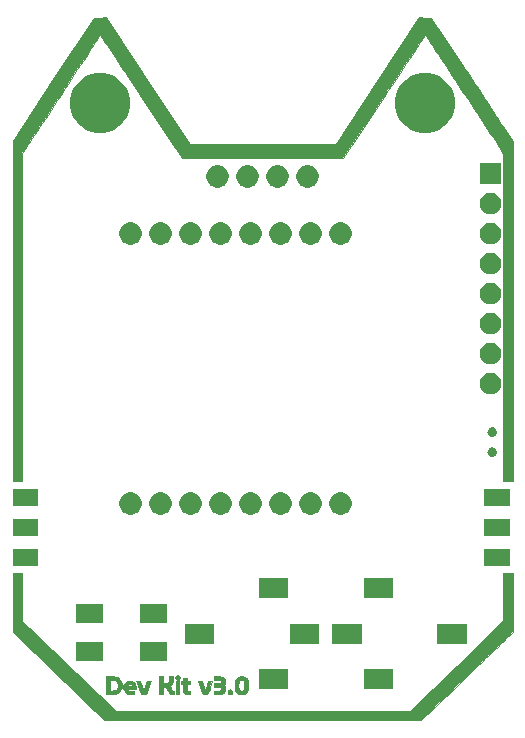
<source format=gts>
G04 #@! TF.GenerationSoftware,KiCad,Pcbnew,5.1.5+dfsg1-2build2*
G04 #@! TF.CreationDate,2022-05-18T15:48:19-07:00*
G04 #@! TF.ProjectId,v3.0-Dev-Kit,76332e30-2d44-4657-962d-4b69742e6b69,rev?*
G04 #@! TF.SameCoordinates,Original*
G04 #@! TF.FileFunction,Soldermask,Top*
G04 #@! TF.FilePolarity,Negative*
%FSLAX46Y46*%
G04 Gerber Fmt 4.6, Leading zero omitted, Abs format (unit mm)*
G04 Created by KiCad (PCBNEW 5.1.5+dfsg1-2build2) date 2022-05-18 15:48:19*
%MOMM*%
%LPD*%
G04 APERTURE LIST*
%ADD10C,0.010000*%
%ADD11C,0.150000*%
G04 APERTURE END LIST*
D10*
G36*
X-20370800Y-19828261D02*
G01*
X-16402050Y-23654829D01*
X-12433300Y-27481398D01*
X12459680Y-27481400D01*
X16427940Y-23655249D01*
X20396199Y-19829098D01*
X20396200Y-17813249D01*
X20396200Y-15797400D01*
X21183600Y-15797400D01*
X21182541Y-18292950D01*
X21181483Y-20788500D01*
X20617391Y-21327049D01*
X20538866Y-21402217D01*
X20426051Y-21510506D01*
X20281198Y-21649744D01*
X20106559Y-21817763D01*
X19904385Y-22012392D01*
X19676929Y-22231460D01*
X19426440Y-22472798D01*
X19155172Y-22734235D01*
X18865376Y-23013603D01*
X18559303Y-23308729D01*
X18239205Y-23617445D01*
X17907333Y-23937580D01*
X17565939Y-24266964D01*
X17217275Y-24603428D01*
X16863592Y-24944800D01*
X16738600Y-25065458D01*
X13423900Y-28265318D01*
X-13398500Y-28265366D01*
X-21154134Y-20788500D01*
X-21158200Y-15797400D01*
X-20370800Y-15797400D01*
X-20370800Y-19828261D01*
G37*
X-20370800Y-19828261D02*
X-16402050Y-23654829D01*
X-12433300Y-27481398D01*
X12459680Y-27481400D01*
X16427940Y-23655249D01*
X20396199Y-19829098D01*
X20396200Y-17813249D01*
X20396200Y-15797400D01*
X21183600Y-15797400D01*
X21182541Y-18292950D01*
X21181483Y-20788500D01*
X20617391Y-21327049D01*
X20538866Y-21402217D01*
X20426051Y-21510506D01*
X20281198Y-21649744D01*
X20106559Y-21817763D01*
X19904385Y-22012392D01*
X19676929Y-22231460D01*
X19426440Y-22472798D01*
X19155172Y-22734235D01*
X18865376Y-23013603D01*
X18559303Y-23308729D01*
X18239205Y-23617445D01*
X17907333Y-23937580D01*
X17565939Y-24266964D01*
X17217275Y-24603428D01*
X16863592Y-24944800D01*
X16738600Y-25065458D01*
X13423900Y-28265318D01*
X-13398500Y-28265366D01*
X-21154134Y-20788500D01*
X-21158200Y-15797400D01*
X-20370800Y-15797400D01*
X-20370800Y-19828261D01*
G36*
X-9554631Y-24942407D02*
G01*
X-9495427Y-24945042D01*
X-9474200Y-24948543D01*
X-9482082Y-24977646D01*
X-9503677Y-25045677D01*
X-9535907Y-25143616D01*
X-9575695Y-25262446D01*
X-9619965Y-25393147D01*
X-9665639Y-25526702D01*
X-9709640Y-25654093D01*
X-9748892Y-25766301D01*
X-9780317Y-25854307D01*
X-9800838Y-25909094D01*
X-9806119Y-25921349D01*
X-9870904Y-25994524D01*
X-9965755Y-26040623D01*
X-10076046Y-26056722D01*
X-10187150Y-26039896D01*
X-10251932Y-26010496D01*
X-10315869Y-25952629D01*
X-10360778Y-25879570D01*
X-10361636Y-25877241D01*
X-10399146Y-25771124D01*
X-10442598Y-25645712D01*
X-10489064Y-25509751D01*
X-10535618Y-25371987D01*
X-10579331Y-25241167D01*
X-10617275Y-25126036D01*
X-10646523Y-25035341D01*
X-10664147Y-24977828D01*
X-10668000Y-24962023D01*
X-10644858Y-24951501D01*
X-10584180Y-24945954D01*
X-10499090Y-24946579D01*
X-10498874Y-24946589D01*
X-10329748Y-24954100D01*
X-10208725Y-25343731D01*
X-10167038Y-25476310D01*
X-10129978Y-25591107D01*
X-10100357Y-25679654D01*
X-10080985Y-25733483D01*
X-10075277Y-25745789D01*
X-10063936Y-25727078D01*
X-10040307Y-25667439D01*
X-10007126Y-25574471D01*
X-9967125Y-25455775D01*
X-9932819Y-25349807D01*
X-9802785Y-24941400D01*
X-9638493Y-24941400D01*
X-9554631Y-24942407D01*
G37*
X-9554631Y-24942407D02*
X-9495427Y-24945042D01*
X-9474200Y-24948543D01*
X-9482082Y-24977646D01*
X-9503677Y-25045677D01*
X-9535907Y-25143616D01*
X-9575695Y-25262446D01*
X-9619965Y-25393147D01*
X-9665639Y-25526702D01*
X-9709640Y-25654093D01*
X-9748892Y-25766301D01*
X-9780317Y-25854307D01*
X-9800838Y-25909094D01*
X-9806119Y-25921349D01*
X-9870904Y-25994524D01*
X-9965755Y-26040623D01*
X-10076046Y-26056722D01*
X-10187150Y-26039896D01*
X-10251932Y-26010496D01*
X-10315869Y-25952629D01*
X-10360778Y-25879570D01*
X-10361636Y-25877241D01*
X-10399146Y-25771124D01*
X-10442598Y-25645712D01*
X-10489064Y-25509751D01*
X-10535618Y-25371987D01*
X-10579331Y-25241167D01*
X-10617275Y-25126036D01*
X-10646523Y-25035341D01*
X-10664147Y-24977828D01*
X-10668000Y-24962023D01*
X-10644858Y-24951501D01*
X-10584180Y-24945954D01*
X-10499090Y-24946579D01*
X-10498874Y-24946589D01*
X-10329748Y-24954100D01*
X-10208725Y-25343731D01*
X-10167038Y-25476310D01*
X-10129978Y-25591107D01*
X-10100357Y-25679654D01*
X-10080985Y-25733483D01*
X-10075277Y-25745789D01*
X-10063936Y-25727078D01*
X-10040307Y-25667439D01*
X-10007126Y-25574471D01*
X-9967125Y-25455775D01*
X-9932819Y-25349807D01*
X-9802785Y-24941400D01*
X-9638493Y-24941400D01*
X-9554631Y-24942407D01*
G36*
X-4408422Y-25430350D02*
G01*
X-4473678Y-25622323D01*
X-4528476Y-25770998D01*
X-4576642Y-25881824D01*
X-4622004Y-25960252D01*
X-4668390Y-26011732D01*
X-4719626Y-26041717D01*
X-4779541Y-26055655D01*
X-4849852Y-26059000D01*
X-4945471Y-26050619D01*
X-5016968Y-26020224D01*
X-5050764Y-25994830D01*
X-5080848Y-25964022D01*
X-5110105Y-25919950D01*
X-5141625Y-25855551D01*
X-5178494Y-25763765D01*
X-5223801Y-25637534D01*
X-5280635Y-25469795D01*
X-5281313Y-25467762D01*
X-5329422Y-25321835D01*
X-5371407Y-25191446D01*
X-5404764Y-25084625D01*
X-5426988Y-25009402D01*
X-5435574Y-24973806D01*
X-5435600Y-24973132D01*
X-5415452Y-24953924D01*
X-5352284Y-24943679D01*
X-5272212Y-24941400D01*
X-5180071Y-24943887D01*
X-5127057Y-24953286D01*
X-5101657Y-24972499D01*
X-5095953Y-24985850D01*
X-5061553Y-25101855D01*
X-5022184Y-25230174D01*
X-4980892Y-25361404D01*
X-4940722Y-25486141D01*
X-4904721Y-25594982D01*
X-4875934Y-25678524D01*
X-4857407Y-25727364D01*
X-4853060Y-25735712D01*
X-4840135Y-25719367D01*
X-4815659Y-25661757D01*
X-4782388Y-25570364D01*
X-4743080Y-25452666D01*
X-4710293Y-25348362D01*
X-4585550Y-24941400D01*
X-4245557Y-24941400D01*
X-4408422Y-25430350D01*
G37*
X-4408422Y-25430350D02*
X-4473678Y-25622323D01*
X-4528476Y-25770998D01*
X-4576642Y-25881824D01*
X-4622004Y-25960252D01*
X-4668390Y-26011732D01*
X-4719626Y-26041717D01*
X-4779541Y-26055655D01*
X-4849852Y-26059000D01*
X-4945471Y-26050619D01*
X-5016968Y-26020224D01*
X-5050764Y-25994830D01*
X-5080848Y-25964022D01*
X-5110105Y-25919950D01*
X-5141625Y-25855551D01*
X-5178494Y-25763765D01*
X-5223801Y-25637534D01*
X-5280635Y-25469795D01*
X-5281313Y-25467762D01*
X-5329422Y-25321835D01*
X-5371407Y-25191446D01*
X-5404764Y-25084625D01*
X-5426988Y-25009402D01*
X-5435574Y-24973806D01*
X-5435600Y-24973132D01*
X-5415452Y-24953924D01*
X-5352284Y-24943679D01*
X-5272212Y-24941400D01*
X-5180071Y-24943887D01*
X-5127057Y-24953286D01*
X-5101657Y-24972499D01*
X-5095953Y-24985850D01*
X-5061553Y-25101855D01*
X-5022184Y-25230174D01*
X-4980892Y-25361404D01*
X-4940722Y-25486141D01*
X-4904721Y-25594982D01*
X-4875934Y-25678524D01*
X-4857407Y-25727364D01*
X-4853060Y-25735712D01*
X-4840135Y-25719367D01*
X-4815659Y-25661757D01*
X-4782388Y-25570364D01*
X-4743080Y-25452666D01*
X-4710293Y-25348362D01*
X-4585550Y-24941400D01*
X-4245557Y-24941400D01*
X-4408422Y-25430350D01*
G36*
X-2656218Y-25674727D02*
G01*
X-2585686Y-25737484D01*
X-2548907Y-25834883D01*
X-2545373Y-25907342D01*
X-2570002Y-25961169D01*
X-2599325Y-25993633D01*
X-2677648Y-26043112D01*
X-2769190Y-26059823D01*
X-2853980Y-26041348D01*
X-2876902Y-26027250D01*
X-2923138Y-25970335D01*
X-2953071Y-25894204D01*
X-2957766Y-25823657D01*
X-2954603Y-25811570D01*
X-2902970Y-25725536D01*
X-2826272Y-25668903D01*
X-2754287Y-25652600D01*
X-2656218Y-25674727D01*
G37*
X-2656218Y-25674727D02*
X-2585686Y-25737484D01*
X-2548907Y-25834883D01*
X-2545373Y-25907342D01*
X-2570002Y-25961169D01*
X-2599325Y-25993633D01*
X-2677648Y-26043112D01*
X-2769190Y-26059823D01*
X-2853980Y-26041348D01*
X-2876902Y-26027250D01*
X-2923138Y-25970335D01*
X-2953071Y-25894204D01*
X-2957766Y-25823657D01*
X-2954603Y-25811570D01*
X-2902970Y-25725536D01*
X-2826272Y-25668903D01*
X-2754287Y-25652600D01*
X-2656218Y-25674727D01*
G36*
X-1674447Y-24520773D02*
G01*
X-1522106Y-24568936D01*
X-1412770Y-24640526D01*
X-1340814Y-24707909D01*
X-1288757Y-24779530D01*
X-1253612Y-24865002D01*
X-1232393Y-24973942D01*
X-1222115Y-25115965D01*
X-1219758Y-25262075D01*
X-1220725Y-25394536D01*
X-1223767Y-25515109D01*
X-1228423Y-25611236D01*
X-1234234Y-25670359D01*
X-1234850Y-25673699D01*
X-1270763Y-25759433D01*
X-1338858Y-25852825D01*
X-1425826Y-25938926D01*
X-1518355Y-26002788D01*
X-1535283Y-26011092D01*
X-1660450Y-26046990D01*
X-1806096Y-26057248D01*
X-1949157Y-26041842D01*
X-2044918Y-26011629D01*
X-2157133Y-25939382D01*
X-2254304Y-25838054D01*
X-2321619Y-25724306D01*
X-2335273Y-25685044D01*
X-2347849Y-25609530D01*
X-2356291Y-25498090D01*
X-2360576Y-25365259D01*
X-2360622Y-25305396D01*
X-2033551Y-25305396D01*
X-2030567Y-25429999D01*
X-2021885Y-25539590D01*
X-2007401Y-25621059D01*
X-1996555Y-25649804D01*
X-1928533Y-25725979D01*
X-1838286Y-25765365D01*
X-1740106Y-25766483D01*
X-1648287Y-25727853D01*
X-1606550Y-25690141D01*
X-1583272Y-25659873D01*
X-1567328Y-25625662D01*
X-1557346Y-25577779D01*
X-1551949Y-25506493D01*
X-1549762Y-25402074D01*
X-1549400Y-25285697D01*
X-1550375Y-25142931D01*
X-1553988Y-25041790D01*
X-1561276Y-24973123D01*
X-1573275Y-24927779D01*
X-1591021Y-24896608D01*
X-1593850Y-24893063D01*
X-1673216Y-24832714D01*
X-1769810Y-24811047D01*
X-1869085Y-24827108D01*
X-1956493Y-24879944D01*
X-1990642Y-24919055D01*
X-2009384Y-24972610D01*
X-2022853Y-25063591D01*
X-2030945Y-25178890D01*
X-2033551Y-25305396D01*
X-2360622Y-25305396D01*
X-2360684Y-25225571D01*
X-2356593Y-25093559D01*
X-2348283Y-24983759D01*
X-2336393Y-24913012D01*
X-2270355Y-24763801D01*
X-2166386Y-24645792D01*
X-2029495Y-24563039D01*
X-1864689Y-24519594D01*
X-1848002Y-24517683D01*
X-1674447Y-24520773D01*
G37*
X-1674447Y-24520773D02*
X-1522106Y-24568936D01*
X-1412770Y-24640526D01*
X-1340814Y-24707909D01*
X-1288757Y-24779530D01*
X-1253612Y-24865002D01*
X-1232393Y-24973942D01*
X-1222115Y-25115965D01*
X-1219758Y-25262075D01*
X-1220725Y-25394536D01*
X-1223767Y-25515109D01*
X-1228423Y-25611236D01*
X-1234234Y-25670359D01*
X-1234850Y-25673699D01*
X-1270763Y-25759433D01*
X-1338858Y-25852825D01*
X-1425826Y-25938926D01*
X-1518355Y-26002788D01*
X-1535283Y-26011092D01*
X-1660450Y-26046990D01*
X-1806096Y-26057248D01*
X-1949157Y-26041842D01*
X-2044918Y-26011629D01*
X-2157133Y-25939382D01*
X-2254304Y-25838054D01*
X-2321619Y-25724306D01*
X-2335273Y-25685044D01*
X-2347849Y-25609530D01*
X-2356291Y-25498090D01*
X-2360576Y-25365259D01*
X-2360622Y-25305396D01*
X-2033551Y-25305396D01*
X-2030567Y-25429999D01*
X-2021885Y-25539590D01*
X-2007401Y-25621059D01*
X-1996555Y-25649804D01*
X-1928533Y-25725979D01*
X-1838286Y-25765365D01*
X-1740106Y-25766483D01*
X-1648287Y-25727853D01*
X-1606550Y-25690141D01*
X-1583272Y-25659873D01*
X-1567328Y-25625662D01*
X-1557346Y-25577779D01*
X-1551949Y-25506493D01*
X-1549762Y-25402074D01*
X-1549400Y-25285697D01*
X-1550375Y-25142931D01*
X-1553988Y-25041790D01*
X-1561276Y-24973123D01*
X-1573275Y-24927779D01*
X-1591021Y-24896608D01*
X-1593850Y-24893063D01*
X-1673216Y-24832714D01*
X-1769810Y-24811047D01*
X-1869085Y-24827108D01*
X-1956493Y-24879944D01*
X-1990642Y-24919055D01*
X-2009384Y-24972610D01*
X-2022853Y-25063591D01*
X-2030945Y-25178890D01*
X-2033551Y-25305396D01*
X-2360622Y-25305396D01*
X-2360684Y-25225571D01*
X-2356593Y-25093559D01*
X-2348283Y-24983759D01*
X-2336393Y-24913012D01*
X-2270355Y-24763801D01*
X-2166386Y-24645792D01*
X-2029495Y-24563039D01*
X-1864689Y-24519594D01*
X-1848002Y-24517683D01*
X-1674447Y-24520773D01*
G36*
X-12833350Y-24539458D02*
G01*
X-12640892Y-24547746D01*
X-12489557Y-24563825D01*
X-12369935Y-24590297D01*
X-12272613Y-24629764D01*
X-12188180Y-24684827D01*
X-12132584Y-24733211D01*
X-12030979Y-24849294D01*
X-11964642Y-24976429D01*
X-11927947Y-25128015D01*
X-11917337Y-25245755D01*
X-11920874Y-25427241D01*
X-11953800Y-25576247D01*
X-12020662Y-25704608D01*
X-12126010Y-25824157D01*
X-12147118Y-25843596D01*
X-12233500Y-25913066D01*
X-12322100Y-25963945D01*
X-12422808Y-25998832D01*
X-12545515Y-26020329D01*
X-12700113Y-26031036D01*
X-12869711Y-26033600D01*
X-13208000Y-26033600D01*
X-13208000Y-25761025D01*
X-12877800Y-25761025D01*
X-12700028Y-25748306D01*
X-12577894Y-25733301D01*
X-12486649Y-25705275D01*
X-12424597Y-25670959D01*
X-12322417Y-25574546D01*
X-12260580Y-25447341D01*
X-12239188Y-25289559D01*
X-12239172Y-25284708D01*
X-12249214Y-25161227D01*
X-12284558Y-25064036D01*
X-12353028Y-24971726D01*
X-12353925Y-24970736D01*
X-12430569Y-24903728D01*
X-12524288Y-24859363D01*
X-12648821Y-24831995D01*
X-12709422Y-24824635D01*
X-12877800Y-24807384D01*
X-12877800Y-25761025D01*
X-13208000Y-25761025D01*
X-13208000Y-24530340D01*
X-12833350Y-24539458D01*
G37*
X-12833350Y-24539458D02*
X-12640892Y-24547746D01*
X-12489557Y-24563825D01*
X-12369935Y-24590297D01*
X-12272613Y-24629764D01*
X-12188180Y-24684827D01*
X-12132584Y-24733211D01*
X-12030979Y-24849294D01*
X-11964642Y-24976429D01*
X-11927947Y-25128015D01*
X-11917337Y-25245755D01*
X-11920874Y-25427241D01*
X-11953800Y-25576247D01*
X-12020662Y-25704608D01*
X-12126010Y-25824157D01*
X-12147118Y-25843596D01*
X-12233500Y-25913066D01*
X-12322100Y-25963945D01*
X-12422808Y-25998832D01*
X-12545515Y-26020329D01*
X-12700113Y-26031036D01*
X-12869711Y-26033600D01*
X-13208000Y-26033600D01*
X-13208000Y-25761025D01*
X-12877800Y-25761025D01*
X-12700028Y-25748306D01*
X-12577894Y-25733301D01*
X-12486649Y-25705275D01*
X-12424597Y-25670959D01*
X-12322417Y-25574546D01*
X-12260580Y-25447341D01*
X-12239188Y-25289559D01*
X-12239172Y-25284708D01*
X-12249214Y-25161227D01*
X-12284558Y-25064036D01*
X-12353028Y-24971726D01*
X-12353925Y-24970736D01*
X-12430569Y-24903728D01*
X-12524288Y-24859363D01*
X-12648821Y-24831995D01*
X-12709422Y-24824635D01*
X-12877800Y-24807384D01*
X-12877800Y-25761025D01*
X-13208000Y-25761025D01*
X-13208000Y-24530340D01*
X-12833350Y-24539458D01*
G36*
X-11065108Y-24938444D02*
G01*
X-10932722Y-25002934D01*
X-10828857Y-25105205D01*
X-10757332Y-25240993D01*
X-10721967Y-25406034D01*
X-10718800Y-25477993D01*
X-10718800Y-25601800D01*
X-11076517Y-25601800D01*
X-11227833Y-25602820D01*
X-11332684Y-25607065D01*
X-11395388Y-25616307D01*
X-11420259Y-25632320D01*
X-11411614Y-25656878D01*
X-11373767Y-25691755D01*
X-11346434Y-25712727D01*
X-11293769Y-25741210D01*
X-11219303Y-25759968D01*
X-11110750Y-25771673D01*
X-11062285Y-25774607D01*
X-10845800Y-25785970D01*
X-10845800Y-26033600D01*
X-11093450Y-26031667D01*
X-11210863Y-26027737D01*
X-11318121Y-26018824D01*
X-11398912Y-26006507D01*
X-11423933Y-25999694D01*
X-11565926Y-25923352D01*
X-11675385Y-25813910D01*
X-11749182Y-25679690D01*
X-11784195Y-25529014D01*
X-11777297Y-25370203D01*
X-11769323Y-25345846D01*
X-11455400Y-25345846D01*
X-11430936Y-25360678D01*
X-11360824Y-25370016D01*
X-11252200Y-25373200D01*
X-11150783Y-25372066D01*
X-11089984Y-25367033D01*
X-11059646Y-25355653D01*
X-11049608Y-25335479D01*
X-11049000Y-25324243D01*
X-11070811Y-25270104D01*
X-11124763Y-25217516D01*
X-11193639Y-25180037D01*
X-11244880Y-25170000D01*
X-11297679Y-25186807D01*
X-11360661Y-25228114D01*
X-11417455Y-25280243D01*
X-11451688Y-25329521D01*
X-11455400Y-25345846D01*
X-11769323Y-25345846D01*
X-11725363Y-25211578D01*
X-11722272Y-25205290D01*
X-11632172Y-25072042D01*
X-11514377Y-24980318D01*
X-11366802Y-24928913D01*
X-11222194Y-24916000D01*
X-11065108Y-24938444D01*
G37*
X-11065108Y-24938444D02*
X-10932722Y-25002934D01*
X-10828857Y-25105205D01*
X-10757332Y-25240993D01*
X-10721967Y-25406034D01*
X-10718800Y-25477993D01*
X-10718800Y-25601800D01*
X-11076517Y-25601800D01*
X-11227833Y-25602820D01*
X-11332684Y-25607065D01*
X-11395388Y-25616307D01*
X-11420259Y-25632320D01*
X-11411614Y-25656878D01*
X-11373767Y-25691755D01*
X-11346434Y-25712727D01*
X-11293769Y-25741210D01*
X-11219303Y-25759968D01*
X-11110750Y-25771673D01*
X-11062285Y-25774607D01*
X-10845800Y-25785970D01*
X-10845800Y-26033600D01*
X-11093450Y-26031667D01*
X-11210863Y-26027737D01*
X-11318121Y-26018824D01*
X-11398912Y-26006507D01*
X-11423933Y-25999694D01*
X-11565926Y-25923352D01*
X-11675385Y-25813910D01*
X-11749182Y-25679690D01*
X-11784195Y-25529014D01*
X-11777297Y-25370203D01*
X-11769323Y-25345846D01*
X-11455400Y-25345846D01*
X-11430936Y-25360678D01*
X-11360824Y-25370016D01*
X-11252200Y-25373200D01*
X-11150783Y-25372066D01*
X-11089984Y-25367033D01*
X-11059646Y-25355653D01*
X-11049608Y-25335479D01*
X-11049000Y-25324243D01*
X-11070811Y-25270104D01*
X-11124763Y-25217516D01*
X-11193639Y-25180037D01*
X-11244880Y-25170000D01*
X-11297679Y-25186807D01*
X-11360661Y-25228114D01*
X-11417455Y-25280243D01*
X-11451688Y-25329521D01*
X-11455400Y-25345846D01*
X-11769323Y-25345846D01*
X-11725363Y-25211578D01*
X-11722272Y-25205290D01*
X-11632172Y-25072042D01*
X-11514377Y-24980318D01*
X-11366802Y-24928913D01*
X-11222194Y-24916000D01*
X-11065108Y-24938444D01*
G36*
X-8432800Y-25144600D02*
G01*
X-8253047Y-25144600D01*
X-8155738Y-25142713D01*
X-8092845Y-25133871D01*
X-8048028Y-25113297D01*
X-8004951Y-25076215D01*
X-7999047Y-25070353D01*
X-7963776Y-25032259D01*
X-7941912Y-24995309D01*
X-7930257Y-24946386D01*
X-7925619Y-24872376D01*
X-7924800Y-24765553D01*
X-7924800Y-24535000D01*
X-7594600Y-24535000D01*
X-7595158Y-24782650D01*
X-7602840Y-24955075D01*
X-7627141Y-25088228D01*
X-7671262Y-25191828D01*
X-7738405Y-25275599D01*
X-7765517Y-25300010D01*
X-7842063Y-25364419D01*
X-7752856Y-25559309D01*
X-7708685Y-25653988D01*
X-7676720Y-25711621D01*
X-7648127Y-25741405D01*
X-7614074Y-25752533D01*
X-7565727Y-25754199D01*
X-7565625Y-25754200D01*
X-7467600Y-25754200D01*
X-7467600Y-26033600D01*
X-7639749Y-26033600D01*
X-7770775Y-26025690D01*
X-7855428Y-26001735D01*
X-7869106Y-25993529D01*
X-7903669Y-25954915D01*
X-7952604Y-25881673D01*
X-8008751Y-25785186D01*
X-8052789Y-25701429D01*
X-8179264Y-25449400D01*
X-8432800Y-25449400D01*
X-8432800Y-26033600D01*
X-8763000Y-26033600D01*
X-8763000Y-24535000D01*
X-8432800Y-24535000D01*
X-8432800Y-25144600D01*
G37*
X-8432800Y-25144600D02*
X-8253047Y-25144600D01*
X-8155738Y-25142713D01*
X-8092845Y-25133871D01*
X-8048028Y-25113297D01*
X-8004951Y-25076215D01*
X-7999047Y-25070353D01*
X-7963776Y-25032259D01*
X-7941912Y-24995309D01*
X-7930257Y-24946386D01*
X-7925619Y-24872376D01*
X-7924800Y-24765553D01*
X-7924800Y-24535000D01*
X-7594600Y-24535000D01*
X-7595158Y-24782650D01*
X-7602840Y-24955075D01*
X-7627141Y-25088228D01*
X-7671262Y-25191828D01*
X-7738405Y-25275599D01*
X-7765517Y-25300010D01*
X-7842063Y-25364419D01*
X-7752856Y-25559309D01*
X-7708685Y-25653988D01*
X-7676720Y-25711621D01*
X-7648127Y-25741405D01*
X-7614074Y-25752533D01*
X-7565727Y-25754199D01*
X-7565625Y-25754200D01*
X-7467600Y-25754200D01*
X-7467600Y-26033600D01*
X-7639749Y-26033600D01*
X-7770775Y-26025690D01*
X-7855428Y-26001735D01*
X-7869106Y-25993529D01*
X-7903669Y-25954915D01*
X-7952604Y-25881673D01*
X-8008751Y-25785186D01*
X-8052789Y-25701429D01*
X-8179264Y-25449400D01*
X-8432800Y-25449400D01*
X-8432800Y-26033600D01*
X-8763000Y-26033600D01*
X-8763000Y-24535000D01*
X-8432800Y-24535000D01*
X-8432800Y-25144600D01*
G36*
X-7035800Y-26033600D02*
G01*
X-7340600Y-26033600D01*
X-7340600Y-24941400D01*
X-7035800Y-24941400D01*
X-7035800Y-26033600D01*
G37*
X-7035800Y-26033600D02*
X-7340600Y-26033600D01*
X-7340600Y-24941400D01*
X-7035800Y-24941400D01*
X-7035800Y-26033600D01*
G36*
X-6400800Y-24941400D02*
G01*
X-6096000Y-24941400D01*
X-6096000Y-25220800D01*
X-6400800Y-25220800D01*
X-6400800Y-25469720D01*
X-6397453Y-25605242D01*
X-6387720Y-25699126D01*
X-6372064Y-25747134D01*
X-6370320Y-25749120D01*
X-6328167Y-25767237D01*
X-6256384Y-25778155D01*
X-6217920Y-25779600D01*
X-6096000Y-25779600D01*
X-6096000Y-26033600D01*
X-6311500Y-26033600D01*
X-6418699Y-26032369D01*
X-6489538Y-26026292D01*
X-6538440Y-26011789D01*
X-6579827Y-25985282D01*
X-6609950Y-25959546D01*
X-6692900Y-25885493D01*
X-6701269Y-25553146D01*
X-6709638Y-25220800D01*
X-6883400Y-25220800D01*
X-6883400Y-24941400D01*
X-6705600Y-24941400D01*
X-6705600Y-24662000D01*
X-6400800Y-24662000D01*
X-6400800Y-24941400D01*
G37*
X-6400800Y-24941400D02*
X-6096000Y-24941400D01*
X-6096000Y-25220800D01*
X-6400800Y-25220800D01*
X-6400800Y-25469720D01*
X-6397453Y-25605242D01*
X-6387720Y-25699126D01*
X-6372064Y-25747134D01*
X-6370320Y-25749120D01*
X-6328167Y-25767237D01*
X-6256384Y-25778155D01*
X-6217920Y-25779600D01*
X-6096000Y-25779600D01*
X-6096000Y-26033600D01*
X-6311500Y-26033600D01*
X-6418699Y-26032369D01*
X-6489538Y-26026292D01*
X-6538440Y-26011789D01*
X-6579827Y-25985282D01*
X-6609950Y-25959546D01*
X-6692900Y-25885493D01*
X-6701269Y-25553146D01*
X-6709638Y-25220800D01*
X-6883400Y-25220800D01*
X-6883400Y-24941400D01*
X-6705600Y-24941400D01*
X-6705600Y-24662000D01*
X-6400800Y-24662000D01*
X-6400800Y-24941400D01*
G36*
X-3816350Y-24535557D02*
G01*
X-3636940Y-24539880D01*
X-3499298Y-24553874D01*
X-3394891Y-24580126D01*
X-3315182Y-24621225D01*
X-3251638Y-24679758D01*
X-3224156Y-24715109D01*
X-3173046Y-24822463D01*
X-3151020Y-24948412D01*
X-3158791Y-25074377D01*
X-3197075Y-25181781D01*
X-3205669Y-25195400D01*
X-3266187Y-25284300D01*
X-3205604Y-25373200D01*
X-3161202Y-25478842D01*
X-3149441Y-25604692D01*
X-3169365Y-25732853D01*
X-3220018Y-25845430D01*
X-3231726Y-25861876D01*
X-3287875Y-25926358D01*
X-3348990Y-25972779D01*
X-3424413Y-26003924D01*
X-3523487Y-26022580D01*
X-3655553Y-26031534D01*
X-3807489Y-26033600D01*
X-4140200Y-26033600D01*
X-4140200Y-25754200D01*
X-3863614Y-25754200D01*
X-3710328Y-25750235D01*
X-3601039Y-25736603D01*
X-3529438Y-25710699D01*
X-3489216Y-25669917D01*
X-3474063Y-25611652D01*
X-3473450Y-25593073D01*
X-3481957Y-25523293D01*
X-3512164Y-25474987D01*
X-3571099Y-25444666D01*
X-3665790Y-25428839D01*
X-3803268Y-25424015D01*
X-3813937Y-25424000D01*
X-4064000Y-25424000D01*
X-4064000Y-25119200D01*
X-3800411Y-25119200D01*
X-3665227Y-25116841D01*
X-3572867Y-25107492D01*
X-3515478Y-25087741D01*
X-3485211Y-25054179D01*
X-3474213Y-25003393D01*
X-3473450Y-24977153D01*
X-3480151Y-24918940D01*
X-3505010Y-24877326D01*
X-3555160Y-24849298D01*
X-3637736Y-24831843D01*
X-3759873Y-24821948D01*
X-3848940Y-24818564D01*
X-4140200Y-24810028D01*
X-4140200Y-24535000D01*
X-3816350Y-24535557D01*
G37*
X-3816350Y-24535557D02*
X-3636940Y-24539880D01*
X-3499298Y-24553874D01*
X-3394891Y-24580126D01*
X-3315182Y-24621225D01*
X-3251638Y-24679758D01*
X-3224156Y-24715109D01*
X-3173046Y-24822463D01*
X-3151020Y-24948412D01*
X-3158791Y-25074377D01*
X-3197075Y-25181781D01*
X-3205669Y-25195400D01*
X-3266187Y-25284300D01*
X-3205604Y-25373200D01*
X-3161202Y-25478842D01*
X-3149441Y-25604692D01*
X-3169365Y-25732853D01*
X-3220018Y-25845430D01*
X-3231726Y-25861876D01*
X-3287875Y-25926358D01*
X-3348990Y-25972779D01*
X-3424413Y-26003924D01*
X-3523487Y-26022580D01*
X-3655553Y-26031534D01*
X-3807489Y-26033600D01*
X-4140200Y-26033600D01*
X-4140200Y-25754200D01*
X-3863614Y-25754200D01*
X-3710328Y-25750235D01*
X-3601039Y-25736603D01*
X-3529438Y-25710699D01*
X-3489216Y-25669917D01*
X-3474063Y-25611652D01*
X-3473450Y-25593073D01*
X-3481957Y-25523293D01*
X-3512164Y-25474987D01*
X-3571099Y-25444666D01*
X-3665790Y-25428839D01*
X-3803268Y-25424015D01*
X-3813937Y-25424000D01*
X-4064000Y-25424000D01*
X-4064000Y-25119200D01*
X-3800411Y-25119200D01*
X-3665227Y-25116841D01*
X-3572867Y-25107492D01*
X-3515478Y-25087741D01*
X-3485211Y-25054179D01*
X-3474213Y-25003393D01*
X-3473450Y-24977153D01*
X-3480151Y-24918940D01*
X-3505010Y-24877326D01*
X-3555160Y-24849298D01*
X-3637736Y-24831843D01*
X-3759873Y-24821948D01*
X-3848940Y-24818564D01*
X-4140200Y-24810028D01*
X-4140200Y-24535000D01*
X-3816350Y-24535557D01*
G36*
X-7137233Y-24455905D02*
G01*
X-7058888Y-24504125D01*
X-7044481Y-24519483D01*
X-7004497Y-24575238D01*
X-6985296Y-24620237D01*
X-6985000Y-24624121D01*
X-7005461Y-24704632D01*
X-7056322Y-24777597D01*
X-7103297Y-24811599D01*
X-7177890Y-24836529D01*
X-7237756Y-24827248D01*
X-7299075Y-24787156D01*
X-7348577Y-24731786D01*
X-7365549Y-24658736D01*
X-7366000Y-24638693D01*
X-7345662Y-24545603D01*
X-7292701Y-24481123D01*
X-7219198Y-24449730D01*
X-7137233Y-24455905D01*
G37*
X-7137233Y-24455905D02*
X-7058888Y-24504125D01*
X-7044481Y-24519483D01*
X-7004497Y-24575238D01*
X-6985296Y-24620237D01*
X-6985000Y-24624121D01*
X-7005461Y-24704632D01*
X-7056322Y-24777597D01*
X-7103297Y-24811599D01*
X-7177890Y-24836529D01*
X-7237756Y-24827248D01*
X-7299075Y-24787156D01*
X-7348577Y-24731786D01*
X-7365549Y-24658736D01*
X-7366000Y-24638693D01*
X-7345662Y-24545603D01*
X-7292701Y-24481123D01*
X-7219198Y-24449730D01*
X-7137233Y-24455905D01*
G36*
X-19100800Y-15086200D02*
G01*
X-21158200Y-15086200D01*
X-21158200Y-13740000D01*
X-19100800Y-13740000D01*
X-19100800Y-15086200D01*
G37*
X-19100800Y-15086200D02*
X-21158200Y-15086200D01*
X-21158200Y-13740000D01*
X-19100800Y-13740000D01*
X-19100800Y-15086200D01*
G36*
X20904200Y-15086200D02*
G01*
X18770600Y-15086200D01*
X18770600Y-13740000D01*
X20904200Y-13740000D01*
X20904200Y-15086200D01*
G37*
X20904200Y-15086200D02*
X18770600Y-15086200D01*
X18770600Y-13740000D01*
X20904200Y-13740000D01*
X20904200Y-15086200D01*
G36*
X-19100800Y-12546200D02*
G01*
X-21158200Y-12546200D01*
X-21158200Y-11200000D01*
X-19100800Y-11200000D01*
X-19100800Y-12546200D01*
G37*
X-19100800Y-12546200D02*
X-21158200Y-12546200D01*
X-21158200Y-11200000D01*
X-19100800Y-11200000D01*
X-19100800Y-12546200D01*
G36*
X20904200Y-12546200D02*
G01*
X18770600Y-12546200D01*
X18770600Y-11200000D01*
X20904200Y-11200000D01*
X20904200Y-12546200D01*
G37*
X20904200Y-12546200D02*
X18770600Y-12546200D01*
X18770600Y-11200000D01*
X20904200Y-11200000D01*
X20904200Y-12546200D01*
G36*
X-19100800Y-10006200D02*
G01*
X-21158200Y-10006200D01*
X-21158200Y-8660000D01*
X-19100800Y-8660000D01*
X-19100800Y-10006200D01*
G37*
X-19100800Y-10006200D02*
X-21158200Y-10006200D01*
X-21158200Y-8660000D01*
X-19100800Y-8660000D01*
X-19100800Y-10006200D01*
G36*
X20904200Y-10006200D02*
G01*
X18770600Y-10006200D01*
X18770600Y-8660000D01*
X20904200Y-8660000D01*
X20904200Y-10006200D01*
G37*
X20904200Y-10006200D02*
X18770600Y-10006200D01*
X18770600Y-8660000D01*
X20904200Y-8660000D01*
X20904200Y-10006200D01*
G36*
X13763439Y31242382D02*
G01*
X14287500Y31241364D01*
X16890444Y27286332D01*
X17172689Y26857502D01*
X17455989Y26427119D01*
X17738313Y25998265D01*
X18017635Y25574019D01*
X18291923Y25157462D01*
X18559151Y24751673D01*
X18817288Y24359732D01*
X19064306Y23984721D01*
X19298175Y23629718D01*
X19516868Y23297804D01*
X19718355Y22992059D01*
X19900608Y22715564D01*
X20061597Y22471398D01*
X20199293Y22262641D01*
X20311668Y22092374D01*
X20338494Y22051750D01*
X21183600Y20772200D01*
X21183600Y-7999600D01*
X20396200Y-7999600D01*
X20396199Y5864284D01*
X20396199Y19728167D01*
X20197711Y20031134D01*
X20094326Y20188808D01*
X19969843Y20378439D01*
X19825754Y20597762D01*
X19663553Y20844510D01*
X19484733Y21116419D01*
X19290788Y21411223D01*
X19083211Y21726655D01*
X18863496Y22060452D01*
X18633135Y22410346D01*
X18393623Y22774073D01*
X18146453Y23149366D01*
X17893118Y23533962D01*
X17635112Y23925592D01*
X17373927Y24321994D01*
X17111058Y24720900D01*
X16847998Y25120045D01*
X16586239Y25517164D01*
X16327277Y25909990D01*
X16072603Y26296260D01*
X15823712Y26673706D01*
X15582097Y27040063D01*
X15349251Y27393067D01*
X15126667Y27730450D01*
X14915840Y28049949D01*
X14718262Y28349296D01*
X14535427Y28626227D01*
X14368828Y28878476D01*
X14219959Y29103778D01*
X14090313Y29299867D01*
X13981383Y29464476D01*
X13894663Y29595342D01*
X13831647Y29690198D01*
X13793827Y29746779D01*
X13782635Y29763058D01*
X13772950Y29756705D01*
X13750043Y29729693D01*
X13713134Y29680855D01*
X13661444Y29609024D01*
X13594194Y29513033D01*
X13510603Y29391715D01*
X13409893Y29243905D01*
X13291283Y29068434D01*
X13153995Y28864136D01*
X12997248Y28629845D01*
X12820263Y28364394D01*
X12622261Y28066615D01*
X12402462Y27735342D01*
X12160086Y27369409D01*
X11894354Y26967648D01*
X11604486Y26528893D01*
X11289703Y26051977D01*
X10949226Y25535733D01*
X10582274Y24978995D01*
X10299585Y24549906D01*
X6845300Y19305797D01*
X-6819900Y19306151D01*
X-10273933Y24550336D01*
X-10660359Y25136899D01*
X-11019749Y25682125D01*
X-11352886Y26187184D01*
X-11660551Y26653248D01*
X-11943526Y27081486D01*
X-12202594Y27473069D01*
X-12438535Y27829166D01*
X-12652133Y28150949D01*
X-12844168Y28439587D01*
X-13015423Y28696252D01*
X-13166679Y28922112D01*
X-13298719Y29118340D01*
X-13412324Y29286104D01*
X-13508276Y29426575D01*
X-13587357Y29540924D01*
X-13650349Y29630320D01*
X-13698034Y29695935D01*
X-13731193Y29738939D01*
X-13750608Y29760501D01*
X-13756617Y29763311D01*
X-13773133Y29739399D01*
X-13816282Y29674998D01*
X-13884777Y29572058D01*
X-13977331Y29432531D01*
X-14092657Y29258365D01*
X-14229466Y29051512D01*
X-14386473Y28813921D01*
X-14562389Y28547543D01*
X-14755927Y28254329D01*
X-14965800Y27936228D01*
X-15190721Y27595191D01*
X-15429403Y27233168D01*
X-15680558Y26852109D01*
X-15942898Y26453965D01*
X-16215137Y26040686D01*
X-16495988Y25614223D01*
X-16784162Y25176525D01*
X-16803334Y25147400D01*
X-17095759Y24703196D01*
X-17383013Y24266873D01*
X-17663666Y23840603D01*
X-17936286Y23426558D01*
X-18199444Y23026911D01*
X-18451708Y22643834D01*
X-18691648Y22279499D01*
X-18917833Y21936077D01*
X-19128832Y21615741D01*
X-19323215Y21320662D01*
X-19499551Y21053014D01*
X-19656409Y20814968D01*
X-19792359Y20608695D01*
X-19905970Y20436369D01*
X-19995811Y20300161D01*
X-20060452Y20202243D01*
X-20096101Y20148348D01*
X-20370801Y19733995D01*
X-20370800Y5867198D01*
X-20370800Y-7999600D01*
X-21158200Y-7999600D01*
X-21158052Y20765900D01*
X-17710076Y26003498D01*
X-14262100Y31241095D01*
X-13737601Y31242248D01*
X-13213102Y31243400D01*
X-9686301Y25885293D01*
X-6159500Y20527185D01*
X6184900Y20526773D01*
X9712139Y25885087D01*
X13239379Y31243400D01*
X13763439Y31242382D01*
G37*
X13763439Y31242382D02*
X14287500Y31241364D01*
X16890444Y27286332D01*
X17172689Y26857502D01*
X17455989Y26427119D01*
X17738313Y25998265D01*
X18017635Y25574019D01*
X18291923Y25157462D01*
X18559151Y24751673D01*
X18817288Y24359732D01*
X19064306Y23984721D01*
X19298175Y23629718D01*
X19516868Y23297804D01*
X19718355Y22992059D01*
X19900608Y22715564D01*
X20061597Y22471398D01*
X20199293Y22262641D01*
X20311668Y22092374D01*
X20338494Y22051750D01*
X21183600Y20772200D01*
X21183600Y-7999600D01*
X20396200Y-7999600D01*
X20396199Y5864284D01*
X20396199Y19728167D01*
X20197711Y20031134D01*
X20094326Y20188808D01*
X19969843Y20378439D01*
X19825754Y20597762D01*
X19663553Y20844510D01*
X19484733Y21116419D01*
X19290788Y21411223D01*
X19083211Y21726655D01*
X18863496Y22060452D01*
X18633135Y22410346D01*
X18393623Y22774073D01*
X18146453Y23149366D01*
X17893118Y23533962D01*
X17635112Y23925592D01*
X17373927Y24321994D01*
X17111058Y24720900D01*
X16847998Y25120045D01*
X16586239Y25517164D01*
X16327277Y25909990D01*
X16072603Y26296260D01*
X15823712Y26673706D01*
X15582097Y27040063D01*
X15349251Y27393067D01*
X15126667Y27730450D01*
X14915840Y28049949D01*
X14718262Y28349296D01*
X14535427Y28626227D01*
X14368828Y28878476D01*
X14219959Y29103778D01*
X14090313Y29299867D01*
X13981383Y29464476D01*
X13894663Y29595342D01*
X13831647Y29690198D01*
X13793827Y29746779D01*
X13782635Y29763058D01*
X13772950Y29756705D01*
X13750043Y29729693D01*
X13713134Y29680855D01*
X13661444Y29609024D01*
X13594194Y29513033D01*
X13510603Y29391715D01*
X13409893Y29243905D01*
X13291283Y29068434D01*
X13153995Y28864136D01*
X12997248Y28629845D01*
X12820263Y28364394D01*
X12622261Y28066615D01*
X12402462Y27735342D01*
X12160086Y27369409D01*
X11894354Y26967648D01*
X11604486Y26528893D01*
X11289703Y26051977D01*
X10949226Y25535733D01*
X10582274Y24978995D01*
X10299585Y24549906D01*
X6845300Y19305797D01*
X-6819900Y19306151D01*
X-10273933Y24550336D01*
X-10660359Y25136899D01*
X-11019749Y25682125D01*
X-11352886Y26187184D01*
X-11660551Y26653248D01*
X-11943526Y27081486D01*
X-12202594Y27473069D01*
X-12438535Y27829166D01*
X-12652133Y28150949D01*
X-12844168Y28439587D01*
X-13015423Y28696252D01*
X-13166679Y28922112D01*
X-13298719Y29118340D01*
X-13412324Y29286104D01*
X-13508276Y29426575D01*
X-13587357Y29540924D01*
X-13650349Y29630320D01*
X-13698034Y29695935D01*
X-13731193Y29738939D01*
X-13750608Y29760501D01*
X-13756617Y29763311D01*
X-13773133Y29739399D01*
X-13816282Y29674998D01*
X-13884777Y29572058D01*
X-13977331Y29432531D01*
X-14092657Y29258365D01*
X-14229466Y29051512D01*
X-14386473Y28813921D01*
X-14562389Y28547543D01*
X-14755927Y28254329D01*
X-14965800Y27936228D01*
X-15190721Y27595191D01*
X-15429403Y27233168D01*
X-15680558Y26852109D01*
X-15942898Y26453965D01*
X-16215137Y26040686D01*
X-16495988Y25614223D01*
X-16784162Y25176525D01*
X-16803334Y25147400D01*
X-17095759Y24703196D01*
X-17383013Y24266873D01*
X-17663666Y23840603D01*
X-17936286Y23426558D01*
X-18199444Y23026911D01*
X-18451708Y22643834D01*
X-18691648Y22279499D01*
X-18917833Y21936077D01*
X-19128832Y21615741D01*
X-19323215Y21320662D01*
X-19499551Y21053014D01*
X-19656409Y20814968D01*
X-19792359Y20608695D01*
X-19905970Y20436369D01*
X-19995811Y20300161D01*
X-20060452Y20202243D01*
X-20096101Y20148348D01*
X-20370801Y19733995D01*
X-20370800Y5867198D01*
X-20370800Y-7999600D01*
X-21158200Y-7999600D01*
X-21158052Y20765900D01*
X-17710076Y26003498D01*
X-14262100Y31241095D01*
X-13737601Y31242248D01*
X-13213102Y31243400D01*
X-9686301Y25885293D01*
X-6159500Y20527185D01*
X6184900Y20526773D01*
X9712139Y25885087D01*
X13239379Y31243400D01*
X13763439Y31242382D01*
D11*
G36*
X11093500Y-25616000D02*
G01*
X8591500Y-25616000D01*
X8591500Y-23914000D01*
X11093500Y-23914000D01*
X11093500Y-25616000D01*
G37*
G36*
X2203500Y-25616000D02*
G01*
X-298500Y-25616000D01*
X-298500Y-23914000D01*
X2203500Y-23914000D01*
X2203500Y-25616000D01*
G37*
G36*
X-13487000Y-23229000D02*
G01*
X-15789000Y-23229000D01*
X-15789000Y-21627000D01*
X-13487000Y-21627000D01*
X-13487000Y-23229000D01*
G37*
G36*
X-8087000Y-23229000D02*
G01*
X-10389000Y-23229000D01*
X-10389000Y-21627000D01*
X-8087000Y-21627000D01*
X-8087000Y-23229000D01*
G37*
G36*
X8426500Y-21784000D02*
G01*
X5924500Y-21784000D01*
X5924500Y-20082000D01*
X8426500Y-20082000D01*
X8426500Y-21784000D01*
G37*
G36*
X4807000Y-21784000D02*
G01*
X2305000Y-21784000D01*
X2305000Y-20082000D01*
X4807000Y-20082000D01*
X4807000Y-21784000D01*
G37*
G36*
X-4083000Y-21784000D02*
G01*
X-6585000Y-21784000D01*
X-6585000Y-20082000D01*
X-4083000Y-20082000D01*
X-4083000Y-21784000D01*
G37*
G36*
X17316500Y-21784000D02*
G01*
X14814500Y-21784000D01*
X14814500Y-20082000D01*
X17316500Y-20082000D01*
X17316500Y-21784000D01*
G37*
G36*
X-8087000Y-20029000D02*
G01*
X-10389000Y-20029000D01*
X-10389000Y-18427000D01*
X-8087000Y-18427000D01*
X-8087000Y-20029000D01*
G37*
G36*
X-13487000Y-20029000D02*
G01*
X-15789000Y-20029000D01*
X-15789000Y-18427000D01*
X-13487000Y-18427000D01*
X-13487000Y-20029000D01*
G37*
G36*
X2203500Y-17932500D02*
G01*
X-298500Y-17932500D01*
X-298500Y-16230500D01*
X2203500Y-16230500D01*
X2203500Y-17932500D01*
G37*
G36*
X11093500Y-17932500D02*
G01*
X8591500Y-17932500D01*
X8591500Y-16230500D01*
X11093500Y-16230500D01*
X11093500Y-17932500D01*
G37*
G36*
X-10898605Y-8991546D02*
G01*
X-10725534Y-9063234D01*
X-10725533Y-9063235D01*
X-10569773Y-9167310D01*
X-10437310Y-9299773D01*
X-10437309Y-9299775D01*
X-10333234Y-9455534D01*
X-10261546Y-9628605D01*
X-10225000Y-9812333D01*
X-10225000Y-9999667D01*
X-10261546Y-10183395D01*
X-10333234Y-10356466D01*
X-10333235Y-10356467D01*
X-10437310Y-10512227D01*
X-10569773Y-10644690D01*
X-10648182Y-10697081D01*
X-10725534Y-10748766D01*
X-10898605Y-10820454D01*
X-11082333Y-10857000D01*
X-11269667Y-10857000D01*
X-11453395Y-10820454D01*
X-11626466Y-10748766D01*
X-11703818Y-10697081D01*
X-11782227Y-10644690D01*
X-11914690Y-10512227D01*
X-12018765Y-10356467D01*
X-12018766Y-10356466D01*
X-12090454Y-10183395D01*
X-12127000Y-9999667D01*
X-12127000Y-9812333D01*
X-12090454Y-9628605D01*
X-12018766Y-9455534D01*
X-11914691Y-9299775D01*
X-11914690Y-9299773D01*
X-11782227Y-9167310D01*
X-11626467Y-9063235D01*
X-11626466Y-9063234D01*
X-11453395Y-8991546D01*
X-11269667Y-8955000D01*
X-11082333Y-8955000D01*
X-10898605Y-8991546D01*
G37*
G36*
X-8358605Y-8991546D02*
G01*
X-8185534Y-9063234D01*
X-8185533Y-9063235D01*
X-8029773Y-9167310D01*
X-7897310Y-9299773D01*
X-7897309Y-9299775D01*
X-7793234Y-9455534D01*
X-7721546Y-9628605D01*
X-7685000Y-9812333D01*
X-7685000Y-9999667D01*
X-7721546Y-10183395D01*
X-7793234Y-10356466D01*
X-7793235Y-10356467D01*
X-7897310Y-10512227D01*
X-8029773Y-10644690D01*
X-8108182Y-10697081D01*
X-8185534Y-10748766D01*
X-8358605Y-10820454D01*
X-8542333Y-10857000D01*
X-8729667Y-10857000D01*
X-8913395Y-10820454D01*
X-9086466Y-10748766D01*
X-9163818Y-10697081D01*
X-9242227Y-10644690D01*
X-9374690Y-10512227D01*
X-9478765Y-10356467D01*
X-9478766Y-10356466D01*
X-9550454Y-10183395D01*
X-9587000Y-9999667D01*
X-9587000Y-9812333D01*
X-9550454Y-9628605D01*
X-9478766Y-9455534D01*
X-9374691Y-9299775D01*
X-9374690Y-9299773D01*
X-9242227Y-9167310D01*
X-9086467Y-9063235D01*
X-9086466Y-9063234D01*
X-8913395Y-8991546D01*
X-8729667Y-8955000D01*
X-8542333Y-8955000D01*
X-8358605Y-8991546D01*
G37*
G36*
X-5818605Y-8991546D02*
G01*
X-5645534Y-9063234D01*
X-5645533Y-9063235D01*
X-5489773Y-9167310D01*
X-5357310Y-9299773D01*
X-5357309Y-9299775D01*
X-5253234Y-9455534D01*
X-5181546Y-9628605D01*
X-5145000Y-9812333D01*
X-5145000Y-9999667D01*
X-5181546Y-10183395D01*
X-5253234Y-10356466D01*
X-5253235Y-10356467D01*
X-5357310Y-10512227D01*
X-5489773Y-10644690D01*
X-5568182Y-10697081D01*
X-5645534Y-10748766D01*
X-5818605Y-10820454D01*
X-6002333Y-10857000D01*
X-6189667Y-10857000D01*
X-6373395Y-10820454D01*
X-6546466Y-10748766D01*
X-6623818Y-10697081D01*
X-6702227Y-10644690D01*
X-6834690Y-10512227D01*
X-6938765Y-10356467D01*
X-6938766Y-10356466D01*
X-7010454Y-10183395D01*
X-7047000Y-9999667D01*
X-7047000Y-9812333D01*
X-7010454Y-9628605D01*
X-6938766Y-9455534D01*
X-6834691Y-9299775D01*
X-6834690Y-9299773D01*
X-6702227Y-9167310D01*
X-6546467Y-9063235D01*
X-6546466Y-9063234D01*
X-6373395Y-8991546D01*
X-6189667Y-8955000D01*
X-6002333Y-8955000D01*
X-5818605Y-8991546D01*
G37*
G36*
X-3278605Y-8991546D02*
G01*
X-3105534Y-9063234D01*
X-3105533Y-9063235D01*
X-2949773Y-9167310D01*
X-2817310Y-9299773D01*
X-2817309Y-9299775D01*
X-2713234Y-9455534D01*
X-2641546Y-9628605D01*
X-2605000Y-9812333D01*
X-2605000Y-9999667D01*
X-2641546Y-10183395D01*
X-2713234Y-10356466D01*
X-2713235Y-10356467D01*
X-2817310Y-10512227D01*
X-2949773Y-10644690D01*
X-3028182Y-10697081D01*
X-3105534Y-10748766D01*
X-3278605Y-10820454D01*
X-3462333Y-10857000D01*
X-3649667Y-10857000D01*
X-3833395Y-10820454D01*
X-4006466Y-10748766D01*
X-4083818Y-10697081D01*
X-4162227Y-10644690D01*
X-4294690Y-10512227D01*
X-4398765Y-10356467D01*
X-4398766Y-10356466D01*
X-4470454Y-10183395D01*
X-4507000Y-9999667D01*
X-4507000Y-9812333D01*
X-4470454Y-9628605D01*
X-4398766Y-9455534D01*
X-4294691Y-9299775D01*
X-4294690Y-9299773D01*
X-4162227Y-9167310D01*
X-4006467Y-9063235D01*
X-4006466Y-9063234D01*
X-3833395Y-8991546D01*
X-3649667Y-8955000D01*
X-3462333Y-8955000D01*
X-3278605Y-8991546D01*
G37*
G36*
X-738605Y-8991546D02*
G01*
X-565534Y-9063234D01*
X-565533Y-9063235D01*
X-409773Y-9167310D01*
X-277310Y-9299773D01*
X-277309Y-9299775D01*
X-173234Y-9455534D01*
X-101546Y-9628605D01*
X-65000Y-9812333D01*
X-65000Y-9999667D01*
X-101546Y-10183395D01*
X-173234Y-10356466D01*
X-173235Y-10356467D01*
X-277310Y-10512227D01*
X-409773Y-10644690D01*
X-488182Y-10697081D01*
X-565534Y-10748766D01*
X-738605Y-10820454D01*
X-922333Y-10857000D01*
X-1109667Y-10857000D01*
X-1293395Y-10820454D01*
X-1466466Y-10748766D01*
X-1543818Y-10697081D01*
X-1622227Y-10644690D01*
X-1754690Y-10512227D01*
X-1858765Y-10356467D01*
X-1858766Y-10356466D01*
X-1930454Y-10183395D01*
X-1967000Y-9999667D01*
X-1967000Y-9812333D01*
X-1930454Y-9628605D01*
X-1858766Y-9455534D01*
X-1754691Y-9299775D01*
X-1754690Y-9299773D01*
X-1622227Y-9167310D01*
X-1466467Y-9063235D01*
X-1466466Y-9063234D01*
X-1293395Y-8991546D01*
X-1109667Y-8955000D01*
X-922333Y-8955000D01*
X-738605Y-8991546D01*
G37*
G36*
X1801395Y-8991546D02*
G01*
X1974466Y-9063234D01*
X1974467Y-9063235D01*
X2130227Y-9167310D01*
X2262690Y-9299773D01*
X2262691Y-9299775D01*
X2366766Y-9455534D01*
X2438454Y-9628605D01*
X2475000Y-9812333D01*
X2475000Y-9999667D01*
X2438454Y-10183395D01*
X2366766Y-10356466D01*
X2366765Y-10356467D01*
X2262690Y-10512227D01*
X2130227Y-10644690D01*
X2051818Y-10697081D01*
X1974466Y-10748766D01*
X1801395Y-10820454D01*
X1617667Y-10857000D01*
X1430333Y-10857000D01*
X1246605Y-10820454D01*
X1073534Y-10748766D01*
X996182Y-10697081D01*
X917773Y-10644690D01*
X785310Y-10512227D01*
X681235Y-10356467D01*
X681234Y-10356466D01*
X609546Y-10183395D01*
X573000Y-9999667D01*
X573000Y-9812333D01*
X609546Y-9628605D01*
X681234Y-9455534D01*
X785309Y-9299775D01*
X785310Y-9299773D01*
X917773Y-9167310D01*
X1073533Y-9063235D01*
X1073534Y-9063234D01*
X1246605Y-8991546D01*
X1430333Y-8955000D01*
X1617667Y-8955000D01*
X1801395Y-8991546D01*
G37*
G36*
X4341395Y-8991546D02*
G01*
X4514466Y-9063234D01*
X4514467Y-9063235D01*
X4670227Y-9167310D01*
X4802690Y-9299773D01*
X4802691Y-9299775D01*
X4906766Y-9455534D01*
X4978454Y-9628605D01*
X5015000Y-9812333D01*
X5015000Y-9999667D01*
X4978454Y-10183395D01*
X4906766Y-10356466D01*
X4906765Y-10356467D01*
X4802690Y-10512227D01*
X4670227Y-10644690D01*
X4591818Y-10697081D01*
X4514466Y-10748766D01*
X4341395Y-10820454D01*
X4157667Y-10857000D01*
X3970333Y-10857000D01*
X3786605Y-10820454D01*
X3613534Y-10748766D01*
X3536182Y-10697081D01*
X3457773Y-10644690D01*
X3325310Y-10512227D01*
X3221235Y-10356467D01*
X3221234Y-10356466D01*
X3149546Y-10183395D01*
X3113000Y-9999667D01*
X3113000Y-9812333D01*
X3149546Y-9628605D01*
X3221234Y-9455534D01*
X3325309Y-9299775D01*
X3325310Y-9299773D01*
X3457773Y-9167310D01*
X3613533Y-9063235D01*
X3613534Y-9063234D01*
X3786605Y-8991546D01*
X3970333Y-8955000D01*
X4157667Y-8955000D01*
X4341395Y-8991546D01*
G37*
G36*
X6881395Y-8991546D02*
G01*
X7054466Y-9063234D01*
X7054467Y-9063235D01*
X7210227Y-9167310D01*
X7342690Y-9299773D01*
X7342691Y-9299775D01*
X7446766Y-9455534D01*
X7518454Y-9628605D01*
X7555000Y-9812333D01*
X7555000Y-9999667D01*
X7518454Y-10183395D01*
X7446766Y-10356466D01*
X7446765Y-10356467D01*
X7342690Y-10512227D01*
X7210227Y-10644690D01*
X7131818Y-10697081D01*
X7054466Y-10748766D01*
X6881395Y-10820454D01*
X6697667Y-10857000D01*
X6510333Y-10857000D01*
X6326605Y-10820454D01*
X6153534Y-10748766D01*
X6076182Y-10697081D01*
X5997773Y-10644690D01*
X5865310Y-10512227D01*
X5761235Y-10356467D01*
X5761234Y-10356466D01*
X5689546Y-10183395D01*
X5653000Y-9999667D01*
X5653000Y-9812333D01*
X5689546Y-9628605D01*
X5761234Y-9455534D01*
X5865309Y-9299775D01*
X5865310Y-9299773D01*
X5997773Y-9167310D01*
X6153533Y-9063235D01*
X6153534Y-9063234D01*
X6326605Y-8991546D01*
X6510333Y-8955000D01*
X6697667Y-8955000D01*
X6881395Y-8991546D01*
G37*
G36*
X19528231Y-5156705D02*
G01*
X19566967Y-5164410D01*
X19597195Y-5176931D01*
X19639944Y-5194638D01*
X19705622Y-5238523D01*
X19761477Y-5294378D01*
X19805362Y-5360056D01*
X19835590Y-5433034D01*
X19851000Y-5510504D01*
X19851000Y-5589496D01*
X19835590Y-5666966D01*
X19805362Y-5739944D01*
X19761477Y-5805622D01*
X19705622Y-5861477D01*
X19639944Y-5905362D01*
X19597195Y-5923069D01*
X19566967Y-5935590D01*
X19528231Y-5943295D01*
X19489496Y-5951000D01*
X19410504Y-5951000D01*
X19371769Y-5943295D01*
X19333033Y-5935590D01*
X19302805Y-5923069D01*
X19260056Y-5905362D01*
X19194378Y-5861477D01*
X19138523Y-5805622D01*
X19094638Y-5739944D01*
X19064410Y-5666966D01*
X19049000Y-5589496D01*
X19049000Y-5510504D01*
X19064410Y-5433034D01*
X19094638Y-5360056D01*
X19138523Y-5294378D01*
X19194378Y-5238523D01*
X19260056Y-5194638D01*
X19302805Y-5176931D01*
X19333033Y-5164410D01*
X19371769Y-5156705D01*
X19410504Y-5149000D01*
X19489496Y-5149000D01*
X19528231Y-5156705D01*
G37*
G36*
X19528231Y-3456705D02*
G01*
X19566967Y-3464410D01*
X19597195Y-3476931D01*
X19639944Y-3494638D01*
X19705622Y-3538523D01*
X19761477Y-3594378D01*
X19805362Y-3660056D01*
X19835590Y-3733034D01*
X19851000Y-3810504D01*
X19851000Y-3889496D01*
X19835590Y-3966966D01*
X19805362Y-4039944D01*
X19761477Y-4105622D01*
X19705622Y-4161477D01*
X19639944Y-4205362D01*
X19597195Y-4223069D01*
X19566967Y-4235590D01*
X19528231Y-4243295D01*
X19489496Y-4251000D01*
X19410504Y-4251000D01*
X19371769Y-4243295D01*
X19333033Y-4235590D01*
X19302805Y-4223069D01*
X19260056Y-4205362D01*
X19194378Y-4161477D01*
X19138523Y-4105622D01*
X19094638Y-4039944D01*
X19064410Y-3966966D01*
X19049000Y-3889496D01*
X19049000Y-3810504D01*
X19064410Y-3733034D01*
X19094638Y-3660056D01*
X19138523Y-3594378D01*
X19194378Y-3538523D01*
X19260056Y-3494638D01*
X19302805Y-3476931D01*
X19333033Y-3464410D01*
X19371769Y-3456705D01*
X19410504Y-3449000D01*
X19489496Y-3449000D01*
X19528231Y-3456705D01*
G37*
G36*
X19417512Y1150073D02*
G01*
X19566812Y1120376D01*
X19730784Y1052456D01*
X19878354Y953853D01*
X20003853Y828354D01*
X20102456Y680784D01*
X20170376Y516812D01*
X20205000Y342741D01*
X20205000Y165259D01*
X20170376Y-8812D01*
X20102456Y-172784D01*
X20003853Y-320354D01*
X19878354Y-445853D01*
X19730784Y-544456D01*
X19566812Y-612376D01*
X19417512Y-642073D01*
X19392742Y-647000D01*
X19215258Y-647000D01*
X19190488Y-642073D01*
X19041188Y-612376D01*
X18877216Y-544456D01*
X18729646Y-445853D01*
X18604147Y-320354D01*
X18505544Y-172784D01*
X18437624Y-8812D01*
X18403000Y165259D01*
X18403000Y342741D01*
X18437624Y516812D01*
X18505544Y680784D01*
X18604147Y828354D01*
X18729646Y953853D01*
X18877216Y1052456D01*
X19041188Y1120376D01*
X19190488Y1150073D01*
X19215258Y1155000D01*
X19392742Y1155000D01*
X19417512Y1150073D01*
G37*
G36*
X19417512Y3690073D02*
G01*
X19566812Y3660376D01*
X19730784Y3592456D01*
X19878354Y3493853D01*
X20003853Y3368354D01*
X20102456Y3220784D01*
X20170376Y3056812D01*
X20205000Y2882741D01*
X20205000Y2705259D01*
X20170376Y2531188D01*
X20102456Y2367216D01*
X20003853Y2219646D01*
X19878354Y2094147D01*
X19730784Y1995544D01*
X19566812Y1927624D01*
X19417512Y1897927D01*
X19392742Y1893000D01*
X19215258Y1893000D01*
X19190488Y1897927D01*
X19041188Y1927624D01*
X18877216Y1995544D01*
X18729646Y2094147D01*
X18604147Y2219646D01*
X18505544Y2367216D01*
X18437624Y2531188D01*
X18403000Y2705259D01*
X18403000Y2882741D01*
X18437624Y3056812D01*
X18505544Y3220784D01*
X18604147Y3368354D01*
X18729646Y3493853D01*
X18877216Y3592456D01*
X19041188Y3660376D01*
X19190488Y3690073D01*
X19215258Y3695000D01*
X19392742Y3695000D01*
X19417512Y3690073D01*
G37*
G36*
X19417512Y6230073D02*
G01*
X19566812Y6200376D01*
X19730784Y6132456D01*
X19878354Y6033853D01*
X20003853Y5908354D01*
X20102456Y5760784D01*
X20170376Y5596812D01*
X20205000Y5422741D01*
X20205000Y5245259D01*
X20170376Y5071188D01*
X20102456Y4907216D01*
X20003853Y4759646D01*
X19878354Y4634147D01*
X19730784Y4535544D01*
X19566812Y4467624D01*
X19417512Y4437927D01*
X19392742Y4433000D01*
X19215258Y4433000D01*
X19190488Y4437927D01*
X19041188Y4467624D01*
X18877216Y4535544D01*
X18729646Y4634147D01*
X18604147Y4759646D01*
X18505544Y4907216D01*
X18437624Y5071188D01*
X18403000Y5245259D01*
X18403000Y5422741D01*
X18437624Y5596812D01*
X18505544Y5760784D01*
X18604147Y5908354D01*
X18729646Y6033853D01*
X18877216Y6132456D01*
X19041188Y6200376D01*
X19190488Y6230073D01*
X19215258Y6235000D01*
X19392742Y6235000D01*
X19417512Y6230073D01*
G37*
G36*
X19417512Y8770073D02*
G01*
X19566812Y8740376D01*
X19730784Y8672456D01*
X19878354Y8573853D01*
X20003853Y8448354D01*
X20102456Y8300784D01*
X20170376Y8136812D01*
X20205000Y7962741D01*
X20205000Y7785259D01*
X20170376Y7611188D01*
X20102456Y7447216D01*
X20003853Y7299646D01*
X19878354Y7174147D01*
X19730784Y7075544D01*
X19566812Y7007624D01*
X19417512Y6977927D01*
X19392742Y6973000D01*
X19215258Y6973000D01*
X19190488Y6977927D01*
X19041188Y7007624D01*
X18877216Y7075544D01*
X18729646Y7174147D01*
X18604147Y7299646D01*
X18505544Y7447216D01*
X18437624Y7611188D01*
X18403000Y7785259D01*
X18403000Y7962741D01*
X18437624Y8136812D01*
X18505544Y8300784D01*
X18604147Y8448354D01*
X18729646Y8573853D01*
X18877216Y8672456D01*
X19041188Y8740376D01*
X19190488Y8770073D01*
X19215258Y8775000D01*
X19392742Y8775000D01*
X19417512Y8770073D01*
G37*
G36*
X19417512Y11310073D02*
G01*
X19566812Y11280376D01*
X19730784Y11212456D01*
X19878354Y11113853D01*
X20003853Y10988354D01*
X20102456Y10840784D01*
X20170376Y10676812D01*
X20205000Y10502741D01*
X20205000Y10325259D01*
X20170376Y10151188D01*
X20102456Y9987216D01*
X20003853Y9839646D01*
X19878354Y9714147D01*
X19730784Y9615544D01*
X19566812Y9547624D01*
X19417512Y9517927D01*
X19392742Y9513000D01*
X19215258Y9513000D01*
X19190488Y9517927D01*
X19041188Y9547624D01*
X18877216Y9615544D01*
X18729646Y9714147D01*
X18604147Y9839646D01*
X18505544Y9987216D01*
X18437624Y10151188D01*
X18403000Y10325259D01*
X18403000Y10502741D01*
X18437624Y10676812D01*
X18505544Y10840784D01*
X18604147Y10988354D01*
X18729646Y11113853D01*
X18877216Y11212456D01*
X19041188Y11280376D01*
X19190488Y11310073D01*
X19215258Y11315000D01*
X19392742Y11315000D01*
X19417512Y11310073D01*
G37*
G36*
X-8358605Y13868454D02*
G01*
X-8185534Y13796766D01*
X-8185533Y13796765D01*
X-8029773Y13692690D01*
X-7897310Y13560227D01*
X-7897309Y13560225D01*
X-7793234Y13404466D01*
X-7721546Y13231395D01*
X-7685000Y13047667D01*
X-7685000Y12860333D01*
X-7721546Y12676605D01*
X-7793234Y12503534D01*
X-7793235Y12503533D01*
X-7897310Y12347773D01*
X-8029773Y12215310D01*
X-8108182Y12162919D01*
X-8185534Y12111234D01*
X-8358605Y12039546D01*
X-8542333Y12003000D01*
X-8729667Y12003000D01*
X-8913395Y12039546D01*
X-9086466Y12111234D01*
X-9163818Y12162919D01*
X-9242227Y12215310D01*
X-9374690Y12347773D01*
X-9478765Y12503533D01*
X-9478766Y12503534D01*
X-9550454Y12676605D01*
X-9587000Y12860333D01*
X-9587000Y13047667D01*
X-9550454Y13231395D01*
X-9478766Y13404466D01*
X-9374691Y13560225D01*
X-9374690Y13560227D01*
X-9242227Y13692690D01*
X-9086467Y13796765D01*
X-9086466Y13796766D01*
X-8913395Y13868454D01*
X-8729667Y13905000D01*
X-8542333Y13905000D01*
X-8358605Y13868454D01*
G37*
G36*
X-10898605Y13868454D02*
G01*
X-10725534Y13796766D01*
X-10725533Y13796765D01*
X-10569773Y13692690D01*
X-10437310Y13560227D01*
X-10437309Y13560225D01*
X-10333234Y13404466D01*
X-10261546Y13231395D01*
X-10225000Y13047667D01*
X-10225000Y12860333D01*
X-10261546Y12676605D01*
X-10333234Y12503534D01*
X-10333235Y12503533D01*
X-10437310Y12347773D01*
X-10569773Y12215310D01*
X-10648182Y12162919D01*
X-10725534Y12111234D01*
X-10898605Y12039546D01*
X-11082333Y12003000D01*
X-11269667Y12003000D01*
X-11453395Y12039546D01*
X-11626466Y12111234D01*
X-11703818Y12162919D01*
X-11782227Y12215310D01*
X-11914690Y12347773D01*
X-12018765Y12503533D01*
X-12018766Y12503534D01*
X-12090454Y12676605D01*
X-12127000Y12860333D01*
X-12127000Y13047667D01*
X-12090454Y13231395D01*
X-12018766Y13404466D01*
X-11914691Y13560225D01*
X-11914690Y13560227D01*
X-11782227Y13692690D01*
X-11626467Y13796765D01*
X-11626466Y13796766D01*
X-11453395Y13868454D01*
X-11269667Y13905000D01*
X-11082333Y13905000D01*
X-10898605Y13868454D01*
G37*
G36*
X-5818605Y13868454D02*
G01*
X-5645534Y13796766D01*
X-5645533Y13796765D01*
X-5489773Y13692690D01*
X-5357310Y13560227D01*
X-5357309Y13560225D01*
X-5253234Y13404466D01*
X-5181546Y13231395D01*
X-5145000Y13047667D01*
X-5145000Y12860333D01*
X-5181546Y12676605D01*
X-5253234Y12503534D01*
X-5253235Y12503533D01*
X-5357310Y12347773D01*
X-5489773Y12215310D01*
X-5568182Y12162919D01*
X-5645534Y12111234D01*
X-5818605Y12039546D01*
X-6002333Y12003000D01*
X-6189667Y12003000D01*
X-6373395Y12039546D01*
X-6546466Y12111234D01*
X-6623818Y12162919D01*
X-6702227Y12215310D01*
X-6834690Y12347773D01*
X-6938765Y12503533D01*
X-6938766Y12503534D01*
X-7010454Y12676605D01*
X-7047000Y12860333D01*
X-7047000Y13047667D01*
X-7010454Y13231395D01*
X-6938766Y13404466D01*
X-6834691Y13560225D01*
X-6834690Y13560227D01*
X-6702227Y13692690D01*
X-6546467Y13796765D01*
X-6546466Y13796766D01*
X-6373395Y13868454D01*
X-6189667Y13905000D01*
X-6002333Y13905000D01*
X-5818605Y13868454D01*
G37*
G36*
X-3278605Y13868454D02*
G01*
X-3105534Y13796766D01*
X-3105533Y13796765D01*
X-2949773Y13692690D01*
X-2817310Y13560227D01*
X-2817309Y13560225D01*
X-2713234Y13404466D01*
X-2641546Y13231395D01*
X-2605000Y13047667D01*
X-2605000Y12860333D01*
X-2641546Y12676605D01*
X-2713234Y12503534D01*
X-2713235Y12503533D01*
X-2817310Y12347773D01*
X-2949773Y12215310D01*
X-3028182Y12162919D01*
X-3105534Y12111234D01*
X-3278605Y12039546D01*
X-3462333Y12003000D01*
X-3649667Y12003000D01*
X-3833395Y12039546D01*
X-4006466Y12111234D01*
X-4083818Y12162919D01*
X-4162227Y12215310D01*
X-4294690Y12347773D01*
X-4398765Y12503533D01*
X-4398766Y12503534D01*
X-4470454Y12676605D01*
X-4507000Y12860333D01*
X-4507000Y13047667D01*
X-4470454Y13231395D01*
X-4398766Y13404466D01*
X-4294691Y13560225D01*
X-4294690Y13560227D01*
X-4162227Y13692690D01*
X-4006467Y13796765D01*
X-4006466Y13796766D01*
X-3833395Y13868454D01*
X-3649667Y13905000D01*
X-3462333Y13905000D01*
X-3278605Y13868454D01*
G37*
G36*
X1801395Y13868454D02*
G01*
X1974466Y13796766D01*
X1974467Y13796765D01*
X2130227Y13692690D01*
X2262690Y13560227D01*
X2262691Y13560225D01*
X2366766Y13404466D01*
X2438454Y13231395D01*
X2475000Y13047667D01*
X2475000Y12860333D01*
X2438454Y12676605D01*
X2366766Y12503534D01*
X2366765Y12503533D01*
X2262690Y12347773D01*
X2130227Y12215310D01*
X2051818Y12162919D01*
X1974466Y12111234D01*
X1801395Y12039546D01*
X1617667Y12003000D01*
X1430333Y12003000D01*
X1246605Y12039546D01*
X1073534Y12111234D01*
X996182Y12162919D01*
X917773Y12215310D01*
X785310Y12347773D01*
X681235Y12503533D01*
X681234Y12503534D01*
X609546Y12676605D01*
X573000Y12860333D01*
X573000Y13047667D01*
X609546Y13231395D01*
X681234Y13404466D01*
X785309Y13560225D01*
X785310Y13560227D01*
X917773Y13692690D01*
X1073533Y13796765D01*
X1073534Y13796766D01*
X1246605Y13868454D01*
X1430333Y13905000D01*
X1617667Y13905000D01*
X1801395Y13868454D01*
G37*
G36*
X4341395Y13868454D02*
G01*
X4514466Y13796766D01*
X4514467Y13796765D01*
X4670227Y13692690D01*
X4802690Y13560227D01*
X4802691Y13560225D01*
X4906766Y13404466D01*
X4978454Y13231395D01*
X5015000Y13047667D01*
X5015000Y12860333D01*
X4978454Y12676605D01*
X4906766Y12503534D01*
X4906765Y12503533D01*
X4802690Y12347773D01*
X4670227Y12215310D01*
X4591818Y12162919D01*
X4514466Y12111234D01*
X4341395Y12039546D01*
X4157667Y12003000D01*
X3970333Y12003000D01*
X3786605Y12039546D01*
X3613534Y12111234D01*
X3536182Y12162919D01*
X3457773Y12215310D01*
X3325310Y12347773D01*
X3221235Y12503533D01*
X3221234Y12503534D01*
X3149546Y12676605D01*
X3113000Y12860333D01*
X3113000Y13047667D01*
X3149546Y13231395D01*
X3221234Y13404466D01*
X3325309Y13560225D01*
X3325310Y13560227D01*
X3457773Y13692690D01*
X3613533Y13796765D01*
X3613534Y13796766D01*
X3786605Y13868454D01*
X3970333Y13905000D01*
X4157667Y13905000D01*
X4341395Y13868454D01*
G37*
G36*
X6881395Y13868454D02*
G01*
X7054466Y13796766D01*
X7054467Y13796765D01*
X7210227Y13692690D01*
X7342690Y13560227D01*
X7342691Y13560225D01*
X7446766Y13404466D01*
X7518454Y13231395D01*
X7555000Y13047667D01*
X7555000Y12860333D01*
X7518454Y12676605D01*
X7446766Y12503534D01*
X7446765Y12503533D01*
X7342690Y12347773D01*
X7210227Y12215310D01*
X7131818Y12162919D01*
X7054466Y12111234D01*
X6881395Y12039546D01*
X6697667Y12003000D01*
X6510333Y12003000D01*
X6326605Y12039546D01*
X6153534Y12111234D01*
X6076182Y12162919D01*
X5997773Y12215310D01*
X5865310Y12347773D01*
X5761235Y12503533D01*
X5761234Y12503534D01*
X5689546Y12676605D01*
X5653000Y12860333D01*
X5653000Y13047667D01*
X5689546Y13231395D01*
X5761234Y13404466D01*
X5865309Y13560225D01*
X5865310Y13560227D01*
X5997773Y13692690D01*
X6153533Y13796765D01*
X6153534Y13796766D01*
X6326605Y13868454D01*
X6510333Y13905000D01*
X6697667Y13905000D01*
X6881395Y13868454D01*
G37*
G36*
X-738605Y13868454D02*
G01*
X-565534Y13796766D01*
X-565533Y13796765D01*
X-409773Y13692690D01*
X-277310Y13560227D01*
X-277309Y13560225D01*
X-173234Y13404466D01*
X-101546Y13231395D01*
X-65000Y13047667D01*
X-65000Y12860333D01*
X-101546Y12676605D01*
X-173234Y12503534D01*
X-173235Y12503533D01*
X-277310Y12347773D01*
X-409773Y12215310D01*
X-488182Y12162919D01*
X-565534Y12111234D01*
X-738605Y12039546D01*
X-922333Y12003000D01*
X-1109667Y12003000D01*
X-1293395Y12039546D01*
X-1466466Y12111234D01*
X-1543818Y12162919D01*
X-1622227Y12215310D01*
X-1754690Y12347773D01*
X-1858765Y12503533D01*
X-1858766Y12503534D01*
X-1930454Y12676605D01*
X-1967000Y12860333D01*
X-1967000Y13047667D01*
X-1930454Y13231395D01*
X-1858766Y13404466D01*
X-1754691Y13560225D01*
X-1754690Y13560227D01*
X-1622227Y13692690D01*
X-1466467Y13796765D01*
X-1466466Y13796766D01*
X-1293395Y13868454D01*
X-1109667Y13905000D01*
X-922333Y13905000D01*
X-738605Y13868454D01*
G37*
G36*
X19417512Y13850073D02*
G01*
X19566812Y13820376D01*
X19730784Y13752456D01*
X19878354Y13653853D01*
X20003853Y13528354D01*
X20102456Y13380784D01*
X20170376Y13216812D01*
X20205000Y13042741D01*
X20205000Y12865259D01*
X20170376Y12691188D01*
X20102456Y12527216D01*
X20003853Y12379646D01*
X19878354Y12254147D01*
X19730784Y12155544D01*
X19566812Y12087624D01*
X19417512Y12057927D01*
X19392742Y12053000D01*
X19215258Y12053000D01*
X19190488Y12057927D01*
X19041188Y12087624D01*
X18877216Y12155544D01*
X18729646Y12254147D01*
X18604147Y12379646D01*
X18505544Y12527216D01*
X18437624Y12691188D01*
X18403000Y12865259D01*
X18403000Y13042741D01*
X18437624Y13216812D01*
X18505544Y13380784D01*
X18604147Y13528354D01*
X18729646Y13653853D01*
X18877216Y13752456D01*
X19041188Y13820376D01*
X19190488Y13850073D01*
X19215258Y13855000D01*
X19392742Y13855000D01*
X19417512Y13850073D01*
G37*
G36*
X19417512Y16390073D02*
G01*
X19566812Y16360376D01*
X19730784Y16292456D01*
X19878354Y16193853D01*
X20003853Y16068354D01*
X20102456Y15920784D01*
X20170376Y15756812D01*
X20205000Y15582741D01*
X20205000Y15405259D01*
X20170376Y15231188D01*
X20102456Y15067216D01*
X20003853Y14919646D01*
X19878354Y14794147D01*
X19730784Y14695544D01*
X19566812Y14627624D01*
X19417512Y14597927D01*
X19392742Y14593000D01*
X19215258Y14593000D01*
X19190488Y14597927D01*
X19041188Y14627624D01*
X18877216Y14695544D01*
X18729646Y14794147D01*
X18604147Y14919646D01*
X18505544Y15067216D01*
X18437624Y15231188D01*
X18403000Y15405259D01*
X18403000Y15582741D01*
X18437624Y15756812D01*
X18505544Y15920784D01*
X18604147Y16068354D01*
X18729646Y16193853D01*
X18877216Y16292456D01*
X19041188Y16360376D01*
X19190488Y16390073D01*
X19215258Y16395000D01*
X19392742Y16395000D01*
X19417512Y16390073D01*
G37*
G36*
X4087395Y18712454D02*
G01*
X4260466Y18640766D01*
X4260467Y18640765D01*
X4416227Y18536690D01*
X4548690Y18404227D01*
X4548691Y18404225D01*
X4652766Y18248466D01*
X4724454Y18075395D01*
X4761000Y17891667D01*
X4761000Y17704333D01*
X4724454Y17520605D01*
X4652766Y17347534D01*
X4652765Y17347533D01*
X4548690Y17191773D01*
X4416227Y17059310D01*
X4337818Y17006919D01*
X4260466Y16955234D01*
X4087395Y16883546D01*
X3903667Y16847000D01*
X3716333Y16847000D01*
X3532605Y16883546D01*
X3359534Y16955234D01*
X3282182Y17006919D01*
X3203773Y17059310D01*
X3071310Y17191773D01*
X2967235Y17347533D01*
X2967234Y17347534D01*
X2895546Y17520605D01*
X2859000Y17704333D01*
X2859000Y17891667D01*
X2895546Y18075395D01*
X2967234Y18248466D01*
X3071309Y18404225D01*
X3071310Y18404227D01*
X3203773Y18536690D01*
X3359533Y18640765D01*
X3359534Y18640766D01*
X3532605Y18712454D01*
X3716333Y18749000D01*
X3903667Y18749000D01*
X4087395Y18712454D01*
G37*
G36*
X1547395Y18712454D02*
G01*
X1720466Y18640766D01*
X1720467Y18640765D01*
X1876227Y18536690D01*
X2008690Y18404227D01*
X2008691Y18404225D01*
X2112766Y18248466D01*
X2184454Y18075395D01*
X2221000Y17891667D01*
X2221000Y17704333D01*
X2184454Y17520605D01*
X2112766Y17347534D01*
X2112765Y17347533D01*
X2008690Y17191773D01*
X1876227Y17059310D01*
X1797818Y17006919D01*
X1720466Y16955234D01*
X1547395Y16883546D01*
X1363667Y16847000D01*
X1176333Y16847000D01*
X992605Y16883546D01*
X819534Y16955234D01*
X742182Y17006919D01*
X663773Y17059310D01*
X531310Y17191773D01*
X427235Y17347533D01*
X427234Y17347534D01*
X355546Y17520605D01*
X319000Y17704333D01*
X319000Y17891667D01*
X355546Y18075395D01*
X427234Y18248466D01*
X531309Y18404225D01*
X531310Y18404227D01*
X663773Y18536690D01*
X819533Y18640765D01*
X819534Y18640766D01*
X992605Y18712454D01*
X1176333Y18749000D01*
X1363667Y18749000D01*
X1547395Y18712454D01*
G37*
G36*
X-992605Y18712454D02*
G01*
X-819534Y18640766D01*
X-819533Y18640765D01*
X-663773Y18536690D01*
X-531310Y18404227D01*
X-531309Y18404225D01*
X-427234Y18248466D01*
X-355546Y18075395D01*
X-319000Y17891667D01*
X-319000Y17704333D01*
X-355546Y17520605D01*
X-427234Y17347534D01*
X-427235Y17347533D01*
X-531310Y17191773D01*
X-663773Y17059310D01*
X-742182Y17006919D01*
X-819534Y16955234D01*
X-992605Y16883546D01*
X-1176333Y16847000D01*
X-1363667Y16847000D01*
X-1547395Y16883546D01*
X-1720466Y16955234D01*
X-1797818Y17006919D01*
X-1876227Y17059310D01*
X-2008690Y17191773D01*
X-2112765Y17347533D01*
X-2112766Y17347534D01*
X-2184454Y17520605D01*
X-2221000Y17704333D01*
X-2221000Y17891667D01*
X-2184454Y18075395D01*
X-2112766Y18248466D01*
X-2008691Y18404225D01*
X-2008690Y18404227D01*
X-1876227Y18536690D01*
X-1720467Y18640765D01*
X-1720466Y18640766D01*
X-1547395Y18712454D01*
X-1363667Y18749000D01*
X-1176333Y18749000D01*
X-992605Y18712454D01*
G37*
G36*
X-3532605Y18712454D02*
G01*
X-3359534Y18640766D01*
X-3359533Y18640765D01*
X-3203773Y18536690D01*
X-3071310Y18404227D01*
X-3071309Y18404225D01*
X-2967234Y18248466D01*
X-2895546Y18075395D01*
X-2859000Y17891667D01*
X-2859000Y17704333D01*
X-2895546Y17520605D01*
X-2967234Y17347534D01*
X-2967235Y17347533D01*
X-3071310Y17191773D01*
X-3203773Y17059310D01*
X-3282182Y17006919D01*
X-3359534Y16955234D01*
X-3532605Y16883546D01*
X-3716333Y16847000D01*
X-3903667Y16847000D01*
X-4087395Y16883546D01*
X-4260466Y16955234D01*
X-4337818Y17006919D01*
X-4416227Y17059310D01*
X-4548690Y17191773D01*
X-4652765Y17347533D01*
X-4652766Y17347534D01*
X-4724454Y17520605D01*
X-4761000Y17704333D01*
X-4761000Y17891667D01*
X-4724454Y18075395D01*
X-4652766Y18248466D01*
X-4548691Y18404225D01*
X-4548690Y18404227D01*
X-4416227Y18536690D01*
X-4260467Y18640765D01*
X-4260466Y18640766D01*
X-4087395Y18712454D01*
X-3903667Y18749000D01*
X-3716333Y18749000D01*
X-3532605Y18712454D01*
G37*
G36*
X20205000Y17133000D02*
G01*
X18403000Y17133000D01*
X18403000Y18935000D01*
X20205000Y18935000D01*
X20205000Y17133000D01*
G37*
G36*
X-13005902Y26452967D02*
G01*
X-12541650Y26260668D01*
X-12541648Y26260667D01*
X-12123832Y25981491D01*
X-11768509Y25626168D01*
X-11489333Y25208352D01*
X-11489332Y25208350D01*
X-11297033Y24744098D01*
X-11199000Y24251253D01*
X-11199000Y23748747D01*
X-11297033Y23255902D01*
X-11489332Y22791650D01*
X-11489333Y22791648D01*
X-11768509Y22373832D01*
X-12123832Y22018509D01*
X-12541648Y21739333D01*
X-12541649Y21739332D01*
X-12541650Y21739332D01*
X-13005902Y21547033D01*
X-13498747Y21449000D01*
X-14001253Y21449000D01*
X-14494098Y21547033D01*
X-14958350Y21739332D01*
X-14958351Y21739332D01*
X-14958352Y21739333D01*
X-15376168Y22018509D01*
X-15731491Y22373832D01*
X-16010667Y22791648D01*
X-16010668Y22791650D01*
X-16202967Y23255902D01*
X-16301000Y23748747D01*
X-16301000Y24251253D01*
X-16202967Y24744098D01*
X-16010668Y25208350D01*
X-16010667Y25208352D01*
X-15731491Y25626168D01*
X-15376168Y25981491D01*
X-14958352Y26260667D01*
X-14958350Y26260668D01*
X-14494098Y26452967D01*
X-14001253Y26551000D01*
X-13498747Y26551000D01*
X-13005902Y26452967D01*
G37*
G36*
X14494098Y26452967D02*
G01*
X14958350Y26260668D01*
X14958352Y26260667D01*
X15376168Y25981491D01*
X15731491Y25626168D01*
X16010667Y25208352D01*
X16010668Y25208350D01*
X16202967Y24744098D01*
X16301000Y24251253D01*
X16301000Y23748747D01*
X16202967Y23255902D01*
X16010668Y22791650D01*
X16010667Y22791648D01*
X15731491Y22373832D01*
X15376168Y22018509D01*
X14958352Y21739333D01*
X14958351Y21739332D01*
X14958350Y21739332D01*
X14494098Y21547033D01*
X14001253Y21449000D01*
X13498747Y21449000D01*
X13005902Y21547033D01*
X12541650Y21739332D01*
X12541649Y21739332D01*
X12541648Y21739333D01*
X12123832Y22018509D01*
X11768509Y22373832D01*
X11489333Y22791648D01*
X11489332Y22791650D01*
X11297033Y23255902D01*
X11199000Y23748747D01*
X11199000Y24251253D01*
X11297033Y24744098D01*
X11489332Y25208350D01*
X11489333Y25208352D01*
X11768509Y25626168D01*
X12123832Y25981491D01*
X12541648Y26260667D01*
X12541650Y26260668D01*
X13005902Y26452967D01*
X13498747Y26551000D01*
X14001253Y26551000D01*
X14494098Y26452967D01*
G37*
M02*

</source>
